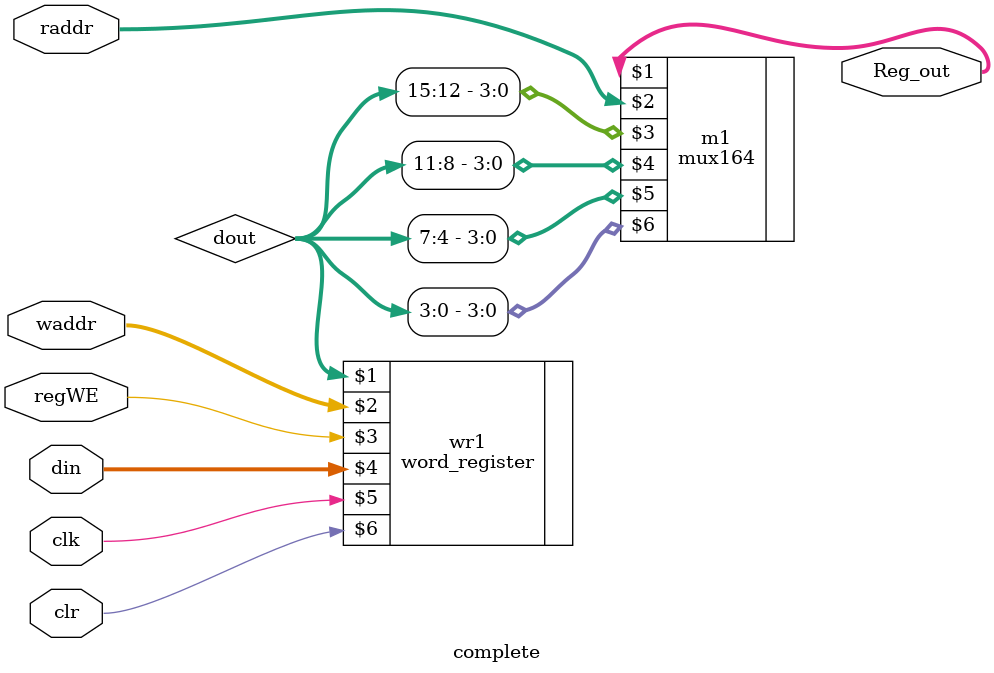
<source format=v>
`timescale 1ns / 1ps
module complete(Reg_out, din, regWE, clr, clk, waddr, raddr);
		output[3:0] Reg_out;
		input[3:0] din;
		input clr, clk, regWE;
		input[1:0] waddr, raddr;
		wire[15:0] dout;
		
		word_register wr1(dout, waddr, regWE, din, clk, clr);
		mux164 m1(Reg_out, raddr, dout[15:12], dout[11:8], dout[7:4], dout[3:0]);		


endmodule

</source>
